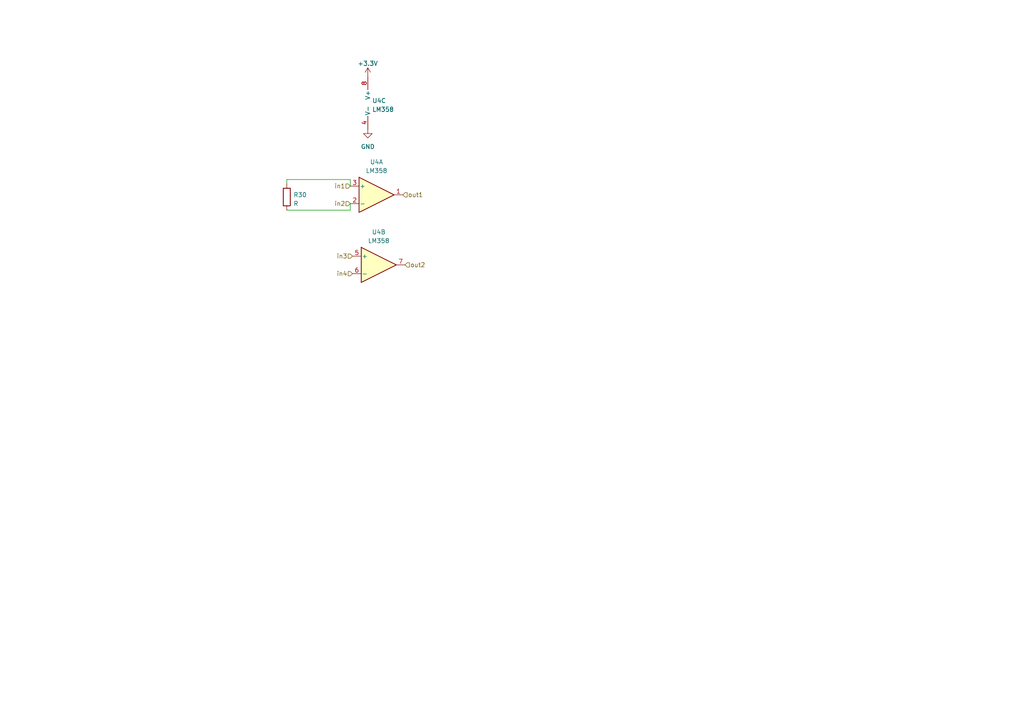
<source format=kicad_sch>
(kicad_sch (version 20230121) (generator eeschema)
  (paper "A4")
  (lib_symbols
    (symbol "Amplifier_Operational:LM358" (pin_names (offset 0.127))
      (property "Reference" "U" (at 0 5.08 0))
      (property "Value" "LM358" (at 0 -5.08 0))
      (symbol "LM358_1_1"
        (polyline (pts (xy -5.08 5.08) (xy 5.08 0) (xy -5.08 -5.08) (xy -5.08 5.08)) (stroke (width 0.254)) (fill (type background)))
        (pin output line (at 7.62 0 180) (length 2.54) (name "~") (number "1"))
        (pin input line (at -7.62 -2.54 0) (length 2.54) (name "-") (number "2"))
        (pin input line (at -7.62 2.54 0) (length 2.54) (name "+") (number "3"))
      )
      (symbol "LM358_2_1"
        (polyline (pts (xy -5.08 5.08) (xy 5.08 0) (xy -5.08 -5.08) (xy -5.08 5.08)) (stroke (width 0.254)) (fill (type background)))
        (pin input line (at -7.62 2.54 0) (length 2.54) (name "+") (number "5"))
        (pin input line (at -7.62 -2.54 0) (length 2.54) (name "-") (number "6"))
        (pin output line (at 7.62 0 180) (length 2.54) (name "~") (number "7"))
      )
      (symbol "LM358_3_1"
        (pin power_in line (at -2.54 -7.62 90) (length 3.81) (name "V-") (number "4"))
        (pin power_in line (at -2.54 7.62 270) (length 3.81) (name "V+") (number "8"))
      )
    )
    (symbol "Device:R" (pin_numbers hide) (pin_names (offset 0))
      (property "Reference" "R" (at 2.032 0 90))
      (property "Value" "R" (at 0 0 90))
      (symbol "R_0_1"
        (rectangle (start -1.016 -2.54) (end 1.016 2.54) (stroke (width 0.254)))
      )
      (symbol "R_1_1"
        (pin passive line (at 0 3.81 270) (length 1.27) (name "~") (number "1"))
        (pin passive line (at 0 -3.81 90) (length 1.27) (name "~") (number "2"))
      )
    )
    (symbol "power:+3.3V" (power) (pin_names (offset 0))
      (property "Value" "+3.3V" (at 0 3.556 0))
      (symbol "+3.3V_0_1"
        (polyline (pts (xy -0.762 1.27) (xy 0 2.54)))
        (polyline (pts (xy 0 0) (xy 0 2.54)))
        (polyline (pts (xy 0 2.54) (xy 0.762 1.27)))
      )
      (symbol "+3.3V_1_1"
        (pin power_in line (at 0 0 90) (length 0) hide (name "+3.3V") (number "1"))
      )
    )
    (symbol "power:GND" (power) (pin_names (offset 0))
      (property "Value" "GND" (at 0 -3.81 0))
      (symbol "GND_0_1"
        (polyline (pts (xy 0 0) (xy 0 -1.27) (xy 1.27 -1.27) (xy 0 -2.54) (xy -1.27 -1.27) (xy 0 -1.27)))
      )
      (symbol "GND_1_1"
        (pin power_in line (at 0 0 270) (length 0) hide (name "GND") (number "1"))
      )
    )
  )
  (wire (pts (xy 83.185 52.07) (xy 101.6 52.07)))
  (wire (pts (xy 83.185 60.96) (xy 101.6 60.96)))
  (wire (pts (xy 101.6 60.96) (xy 101.6 59.055)))
  (wire (pts (xy 101.6 52.07) (xy 101.6 53.975)))
  (wire (pts (xy 83.185 52.07) (xy 83.185 53.34)))
  (hierarchical_label "out1" (shape input) (at 116.84 56.515 0))
  (hierarchical_label "in3" (shape input) (at 102.235 74.295 180))
  (hierarchical_label "in2" (shape input) (at 101.6 59.055 180))
  (hierarchical_label "in1" (shape input) (at 101.6 53.975 180))
  (hierarchical_label "in4" (shape input) (at 102.235 79.375 180))
  (hierarchical_label "out2" (shape input) (at 117.475 76.835 0))
  (symbol (lib_id "power:+3.3V") (at 106.68 22.225 0) (unit 1)
    (property "Reference" "#PWR05" (effects hide))
    (property "Value" "+3.3V" (at 106.68 18.415 0))
  )
  (symbol (lib_id "Amplifier_Operational:LM358") (at 109.855 76.835 0) (unit 2)
    (property "Reference" "U4" (at 109.855 67.31 0))
    (property "Value" "LM358" (at 109.855 69.85 0))
    (property "Footprint" "Package_SO:SOIC-8-1EP_3.9x4.9mm_P1.27mm_EP2.29x3mm" (effects hide))
    (property "Datasheet" "http://www.ti.com/lit/ds/symlink/lm2904-n.pdf" (effects hide))
  )
  (symbol (lib_id "Amplifier_Operational:LM358") (at 109.22 56.515 0) (unit 1)
    (property "Reference" "U4" (at 109.22 46.99 0))
    (property "Value" "LM358" (at 109.22 49.53 0))
    (property "Footprint" "Package_SO:SOIC-8-1EP_3.9x4.9mm_P1.27mm_EP2.29x3mm" (effects hide))
    (property "Datasheet" "http://www.ti.com/lit/ds/symlink/lm2904-n.pdf" (effects hide))
  )
  (symbol (lib_id "Amplifier_Operational:LM358") (at 109.22 29.845 0) (unit 3)
    (property "Reference" "U4" (at 107.95 29.21 0) (effects (justify left)))
    (property "Value" "LM358" (at 107.95 31.75 0) (effects (justify left)))
    (property "Footprint" "Package_SO:SOIC-8-1EP_3.9x4.9mm_P1.27mm_EP2.29x3mm" (effects hide))
    (property "Datasheet" "http://www.ti.com/lit/ds/symlink/lm2904-n.pdf" (effects hide))
  )
  (symbol (lib_id "power:GND") (at 106.68 37.465 0) (unit 1)
    (property "Reference" "#PWR03" (effects hide))
    (property "Value" "GND" (at 106.68 42.545 0))
  )
  (symbol (lib_id "Device:R") (at 83.185 57.15 0) (unit 1)
    (property "Reference" "R30" (at 85.09 56.515 0) (effects (justify left)))
    (property "Value" "R" (at 85.09 59.055 0) (effects (justify left)))
    (property "Footprint" "Resistor_SMD:R_1206_3216Metric" (effects hide))
  )
)
</source>
